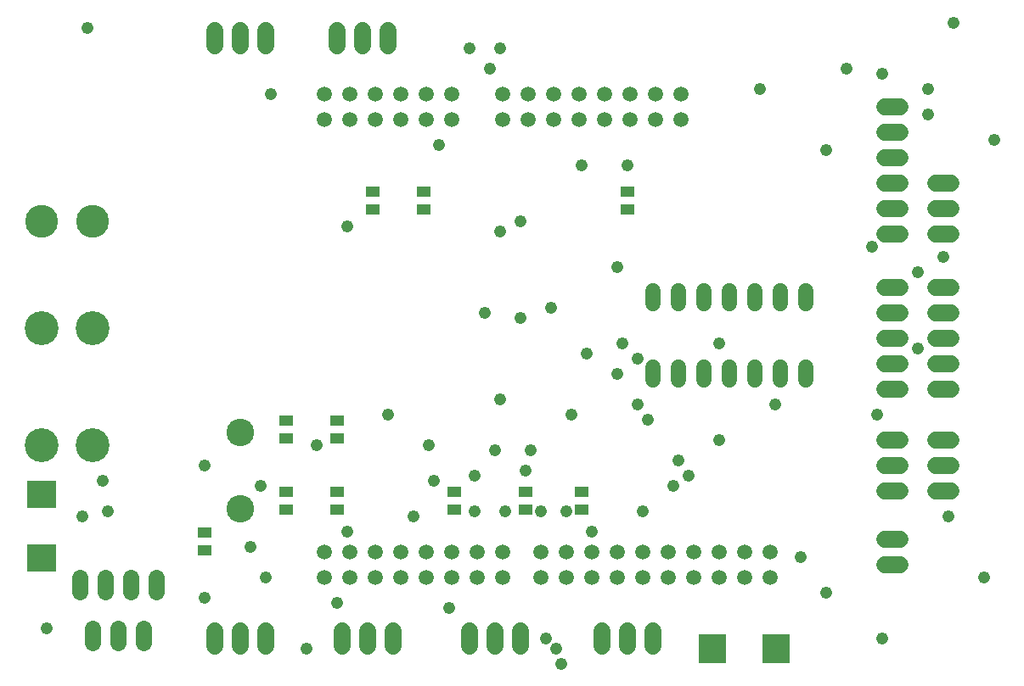
<source format=gbs>
G75*
%MOIN*%
%OFA0B0*%
%FSLAX24Y24*%
%IPPOS*%
%LPD*%
%AMOC8*
5,1,8,0,0,1.08239X$1,22.5*
%
%ADD10C,0.1330*%
%ADD11C,0.1288*%
%ADD12C,0.0595*%
%ADD13R,0.0552X0.0395*%
%ADD14C,0.0634*%
%ADD15C,0.0600*%
%ADD16C,0.1080*%
%ADD17C,0.0680*%
%ADD18R,0.1143X0.1084*%
%ADD19R,0.1084X0.1143*%
%ADD20C,0.0476*%
D10*
X005760Y020360D03*
X007760Y020360D03*
X007760Y024960D03*
X005760Y024960D03*
D11*
X005760Y029160D03*
X007760Y029160D03*
D12*
X016860Y033160D03*
X017860Y033160D03*
X018860Y033160D03*
X019860Y033160D03*
X020860Y033160D03*
X021860Y033160D03*
X021860Y034160D03*
X020860Y034160D03*
X019860Y034160D03*
X018860Y034160D03*
X017860Y034160D03*
X016860Y034160D03*
X023860Y034160D03*
X024860Y034160D03*
X025860Y034160D03*
X026860Y034160D03*
X027860Y034160D03*
X028860Y034160D03*
X029860Y034160D03*
X030860Y034160D03*
X030860Y033160D03*
X029860Y033160D03*
X028860Y033160D03*
X027860Y033160D03*
X026860Y033160D03*
X025860Y033160D03*
X024860Y033160D03*
X023860Y033160D03*
X023860Y016160D03*
X023860Y015160D03*
X022860Y015160D03*
X022860Y016160D03*
X021860Y016160D03*
X021860Y015160D03*
X020860Y015160D03*
X020860Y016160D03*
X019860Y016160D03*
X019860Y015160D03*
X018860Y015160D03*
X017860Y015160D03*
X017860Y016160D03*
X018860Y016160D03*
X016860Y016160D03*
X016860Y015160D03*
X025360Y015160D03*
X025360Y016160D03*
X026360Y016160D03*
X026360Y015160D03*
X027360Y015160D03*
X027360Y016160D03*
X028360Y016160D03*
X028360Y015160D03*
X029360Y015160D03*
X029360Y016160D03*
X030360Y016160D03*
X031360Y016160D03*
X031360Y015160D03*
X030360Y015160D03*
X032360Y015160D03*
X032360Y016160D03*
X033360Y016160D03*
X033360Y015160D03*
X034360Y015160D03*
X034360Y016160D03*
D13*
X026960Y017806D03*
X026960Y018514D03*
X024760Y018514D03*
X024760Y017806D03*
X021960Y017806D03*
X021960Y018514D03*
X017360Y018514D03*
X017360Y017806D03*
X015360Y017806D03*
X015360Y018514D03*
X015360Y020606D03*
X015360Y021314D03*
X017360Y021314D03*
X017360Y020606D03*
X012160Y016914D03*
X012160Y016206D03*
X018760Y029606D03*
X018760Y030314D03*
X020760Y030314D03*
X020760Y029606D03*
X028760Y029606D03*
X028760Y030314D03*
D14*
X010260Y015137D02*
X010260Y014583D01*
X009260Y014583D02*
X009260Y015137D01*
X008260Y015137D02*
X008260Y014583D01*
X007260Y014583D02*
X007260Y015137D01*
X007760Y013137D02*
X007760Y012583D01*
X008760Y012583D02*
X008760Y013137D01*
X009760Y013137D02*
X009760Y012583D01*
D15*
X029760Y022900D02*
X029760Y023420D01*
X030760Y023420D02*
X030760Y022900D01*
X031760Y022900D02*
X031760Y023420D01*
X032760Y023420D02*
X032760Y022900D01*
X033760Y022900D02*
X033760Y023420D01*
X034760Y023420D02*
X034760Y022900D01*
X035760Y022900D02*
X035760Y023420D01*
X035760Y025900D02*
X035760Y026420D01*
X034760Y026420D02*
X034760Y025900D01*
X033760Y025900D02*
X033760Y026420D01*
X032760Y026420D02*
X032760Y025900D01*
X031760Y025900D02*
X031760Y026420D01*
X030760Y026420D02*
X030760Y025900D01*
X029760Y025900D02*
X029760Y026420D01*
D16*
X013560Y020860D03*
X013560Y017860D03*
D17*
X013560Y013060D02*
X013560Y012460D01*
X014560Y012460D02*
X014560Y013060D01*
X012560Y013060D02*
X012560Y012460D01*
X017560Y012460D02*
X017560Y013060D01*
X018560Y013060D02*
X018560Y012460D01*
X019560Y012460D02*
X019560Y013060D01*
X022560Y013060D02*
X022560Y012460D01*
X023560Y012460D02*
X023560Y013060D01*
X024560Y013060D02*
X024560Y012460D01*
X027760Y012460D02*
X027760Y013060D01*
X028760Y013060D02*
X028760Y012460D01*
X029760Y012460D02*
X029760Y013060D01*
X038860Y015660D02*
X039460Y015660D01*
X039460Y016660D02*
X038860Y016660D01*
X038860Y018560D02*
X039460Y018560D01*
X039460Y019560D02*
X038860Y019560D01*
X038860Y020560D02*
X039460Y020560D01*
X040860Y020560D02*
X041460Y020560D01*
X041460Y019560D02*
X040860Y019560D01*
X040860Y018560D02*
X041460Y018560D01*
X041460Y022560D02*
X040860Y022560D01*
X040860Y023560D02*
X041460Y023560D01*
X041460Y024560D02*
X040860Y024560D01*
X040860Y025560D02*
X041460Y025560D01*
X041460Y026560D02*
X040860Y026560D01*
X039460Y026560D02*
X038860Y026560D01*
X038860Y025560D02*
X039460Y025560D01*
X039460Y024560D02*
X038860Y024560D01*
X038860Y023560D02*
X039460Y023560D01*
X039460Y022560D02*
X038860Y022560D01*
X038860Y028660D02*
X039460Y028660D01*
X039460Y029660D02*
X038860Y029660D01*
X038860Y030660D02*
X039460Y030660D01*
X039460Y031660D02*
X038860Y031660D01*
X038860Y032660D02*
X039460Y032660D01*
X039460Y033660D02*
X038860Y033660D01*
X040860Y030660D02*
X041460Y030660D01*
X041460Y029660D02*
X040860Y029660D01*
X040860Y028660D02*
X041460Y028660D01*
X019360Y036060D02*
X019360Y036660D01*
X018360Y036660D02*
X018360Y036060D01*
X017360Y036060D02*
X017360Y036660D01*
X014560Y036660D02*
X014560Y036060D01*
X013560Y036060D02*
X013560Y036660D01*
X012560Y036660D02*
X012560Y036060D01*
D18*
X005760Y018408D03*
X005760Y015912D03*
D19*
X032112Y012360D03*
X034608Y012360D03*
D20*
X016160Y012360D03*
X017360Y014160D03*
X017760Y016960D03*
X020360Y017560D03*
X021160Y018960D03*
X022760Y019160D03*
X023560Y020160D03*
X024760Y019360D03*
X024960Y020160D03*
X026560Y021560D03*
X028360Y023160D03*
X029160Y023760D03*
X028560Y024360D03*
X027160Y023960D03*
X025760Y025760D03*
X024560Y025360D03*
X023160Y025560D03*
X023760Y028760D03*
X024560Y029160D03*
X026960Y031360D03*
X028760Y031360D03*
X033960Y034360D03*
X036560Y031960D03*
X040560Y033360D03*
X040560Y034360D03*
X038760Y034960D03*
X037360Y035160D03*
X041560Y036960D03*
X043160Y032360D03*
X038360Y028160D03*
X040160Y027160D03*
X041160Y027760D03*
X040160Y024160D03*
X038560Y021560D03*
X034560Y021960D03*
X032360Y020560D03*
X030760Y019760D03*
X031160Y019160D03*
X030560Y018760D03*
X029360Y017760D03*
X027360Y016960D03*
X026360Y017760D03*
X025360Y017760D03*
X023960Y017760D03*
X022760Y017760D03*
X020960Y020360D03*
X019360Y021560D03*
X016560Y020360D03*
X014360Y018760D03*
X012160Y019560D03*
X008160Y018960D03*
X008360Y017760D03*
X007360Y017560D03*
X012160Y014360D03*
X014560Y015160D03*
X013960Y016360D03*
X005960Y013160D03*
X021760Y013960D03*
X025560Y012760D03*
X025960Y012360D03*
X026160Y011760D03*
X035560Y015960D03*
X036560Y014560D03*
X038760Y012760D03*
X042760Y015160D03*
X041360Y017560D03*
X032360Y024360D03*
X029160Y021960D03*
X029560Y021360D03*
X023760Y022160D03*
X028360Y027360D03*
X021360Y032160D03*
X023360Y035160D03*
X023760Y035960D03*
X022560Y035960D03*
X014760Y034160D03*
X017760Y028960D03*
X007560Y036760D03*
M02*

</source>
